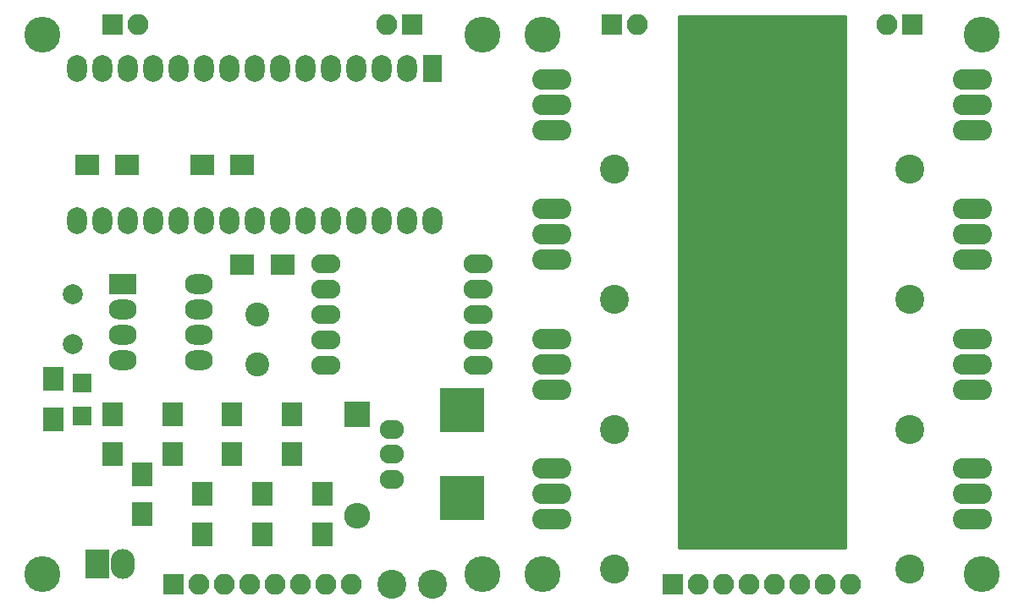
<source format=gbr>
G04 #@! TF.FileFunction,Soldermask,Top*
%FSLAX46Y46*%
G04 Gerber Fmt 4.6, Leading zero omitted, Abs format (unit mm)*
G04 Created by KiCad (PCBNEW 4.0.4-stable) date 02/25/17 10:50:14*
%MOMM*%
%LPD*%
G01*
G04 APERTURE LIST*
%ADD10C,0.100000*%
%ADD11C,2.900000*%
%ADD12C,3.600000*%
%ADD13C,2.000000*%
%ADD14C,2.400000*%
%ADD15R,2.600000X2.600000*%
%ADD16O,2.600000X2.600000*%
%ADD17R,1.900000X1.900000*%
%ADD18O,2.924000X1.924000*%
%ADD19R,2.400000X3.000000*%
%ADD20O,2.400000X3.000000*%
%ADD21R,2.100000X2.100000*%
%ADD22O,2.100000X2.100000*%
%ADD23R,2.800000X2.000000*%
%ADD24O,2.800000X2.000000*%
%ADD25O,2.400000X1.924000*%
%ADD26R,4.400000X4.400000*%
%ADD27R,2.400000X2.100000*%
%ADD28R,2.100000X2.400000*%
%ADD29R,1.974800X2.686000*%
%ADD30O,1.974800X2.686000*%
%ADD31C,2.899360*%
%ADD32O,3.900120X2.099260*%
%ADD33C,4.199840*%
%ADD34C,0.254000*%
G04 APERTURE END LIST*
D10*
D11*
X159750000Y-86500000D03*
X159750000Y-99500000D03*
X159750000Y-112500000D03*
X159750000Y-126500000D03*
X130250000Y-126500000D03*
X130250000Y-112500000D03*
X130250000Y-99500000D03*
D12*
X123000000Y-127000000D03*
X167000000Y-127000000D03*
X167000000Y-73000000D03*
D13*
X76000000Y-99000000D03*
X76000000Y-104000000D03*
D14*
X94500000Y-101000000D03*
X94500000Y-106000000D03*
D15*
X104500000Y-111000000D03*
D16*
X104500000Y-121160000D03*
D17*
X77000000Y-111150000D03*
X77000000Y-107850000D03*
D18*
X116620000Y-106080000D03*
X116620000Y-103540000D03*
X116620000Y-101000000D03*
X116620000Y-98460000D03*
X116620000Y-95920000D03*
X101380000Y-95920000D03*
X101380000Y-98460000D03*
X101380000Y-101000000D03*
X101380000Y-103540000D03*
X101380000Y-106080000D03*
D19*
X78500000Y-126000000D03*
D20*
X81040000Y-126000000D03*
D21*
X86100000Y-128000000D03*
D22*
X88640000Y-128000000D03*
X91180000Y-128000000D03*
X93720000Y-128000000D03*
X96260000Y-128000000D03*
X98800000Y-128000000D03*
X101340000Y-128000000D03*
X103880000Y-128000000D03*
D23*
X81000000Y-98000000D03*
D24*
X88620000Y-105620000D03*
X81000000Y-100540000D03*
X88620000Y-103080000D03*
X81000000Y-103080000D03*
X88620000Y-100540000D03*
X81000000Y-105620000D03*
X88620000Y-98000000D03*
D21*
X80000000Y-72000000D03*
D22*
X82540000Y-72000000D03*
D21*
X110000000Y-72000000D03*
D22*
X107460000Y-72000000D03*
D25*
X108000000Y-112500000D03*
X108000000Y-115000000D03*
X108000000Y-117500000D03*
D26*
X115000000Y-119400000D03*
X115000000Y-110600000D03*
D27*
X89000000Y-86000000D03*
X93000000Y-86000000D03*
D28*
X80000000Y-115000000D03*
X80000000Y-111000000D03*
X83000000Y-121000000D03*
X83000000Y-117000000D03*
X86000000Y-115000000D03*
X86000000Y-111000000D03*
X89000000Y-123000000D03*
X89000000Y-119000000D03*
X92000000Y-115000000D03*
X92000000Y-111000000D03*
X95000000Y-123000000D03*
X95000000Y-119000000D03*
X98000000Y-115000000D03*
X98000000Y-111000000D03*
X101000000Y-123000000D03*
X101000000Y-119000000D03*
D27*
X93000000Y-96000000D03*
X97000000Y-96000000D03*
D28*
X74100000Y-111500000D03*
X74100000Y-107500000D03*
D27*
X81500000Y-86000000D03*
X77500000Y-86000000D03*
D29*
X112050000Y-76380000D03*
D30*
X109510000Y-76380000D03*
X106970000Y-76380000D03*
X104430000Y-76380000D03*
X101890000Y-76380000D03*
X99350000Y-76380000D03*
X96810000Y-76380000D03*
X94270000Y-76380000D03*
X91730000Y-76380000D03*
X89190000Y-76380000D03*
X86650000Y-76380000D03*
X84110000Y-76380000D03*
X81570000Y-76380000D03*
X79030000Y-76380000D03*
X76490000Y-76380000D03*
X76490000Y-91620000D03*
X79030000Y-91620000D03*
X81570000Y-91620000D03*
X84110000Y-91620000D03*
X86650000Y-91620000D03*
X89190000Y-91620000D03*
X91730000Y-91620000D03*
X94270000Y-91620000D03*
X96810000Y-91620000D03*
X99350000Y-91620000D03*
X101890000Y-91620000D03*
X104430000Y-91620000D03*
X106970000Y-91620000D03*
X109510000Y-91620000D03*
X112050000Y-91620000D03*
D12*
X73000000Y-73000000D03*
X117000000Y-73000000D03*
X73000000Y-127000000D03*
X117000000Y-127000000D03*
D31*
X112000000Y-128000000D03*
X108000000Y-128000000D03*
D21*
X130000000Y-72000000D03*
D22*
X132540000Y-72000000D03*
D21*
X160000000Y-72000000D03*
D22*
X157460000Y-72000000D03*
D32*
X166000000Y-119000000D03*
X166000000Y-121540000D03*
X166000000Y-116460000D03*
D33*
X149236000Y-119000000D03*
D32*
X166000000Y-106000000D03*
X166000000Y-108540000D03*
X166000000Y-103460000D03*
D33*
X149236000Y-106000000D03*
D32*
X166000000Y-93000000D03*
X166000000Y-95540000D03*
X166000000Y-90460000D03*
D33*
X149236000Y-93000000D03*
D32*
X166000000Y-80000000D03*
X166000000Y-82540000D03*
X166000000Y-77460000D03*
D33*
X149236000Y-80000000D03*
D32*
X124000000Y-80000000D03*
X124000000Y-77460000D03*
X124000000Y-82540000D03*
D33*
X140764000Y-80000000D03*
D32*
X124000000Y-93000000D03*
X124000000Y-90460000D03*
X124000000Y-95540000D03*
D33*
X140764000Y-93000000D03*
D32*
X124000000Y-106000000D03*
X124000000Y-103460000D03*
X124000000Y-108540000D03*
D33*
X140764000Y-106000000D03*
D32*
X124000000Y-119000000D03*
X124000000Y-116460000D03*
X124000000Y-121540000D03*
D33*
X140764000Y-119000000D03*
D12*
X123000000Y-73000000D03*
D21*
X136100000Y-128000000D03*
D22*
X138640000Y-128000000D03*
X141180000Y-128000000D03*
X143720000Y-128000000D03*
X146260000Y-128000000D03*
X148800000Y-128000000D03*
X151340000Y-128000000D03*
X153880000Y-128000000D03*
D11*
X130250000Y-86500000D03*
D34*
G36*
X153373000Y-124373000D02*
X136627000Y-124373000D01*
X136627000Y-71127000D01*
X153373000Y-71127000D01*
X153373000Y-124373000D01*
X153373000Y-124373000D01*
G37*
X153373000Y-124373000D02*
X136627000Y-124373000D01*
X136627000Y-71127000D01*
X153373000Y-71127000D01*
X153373000Y-124373000D01*
M02*

</source>
